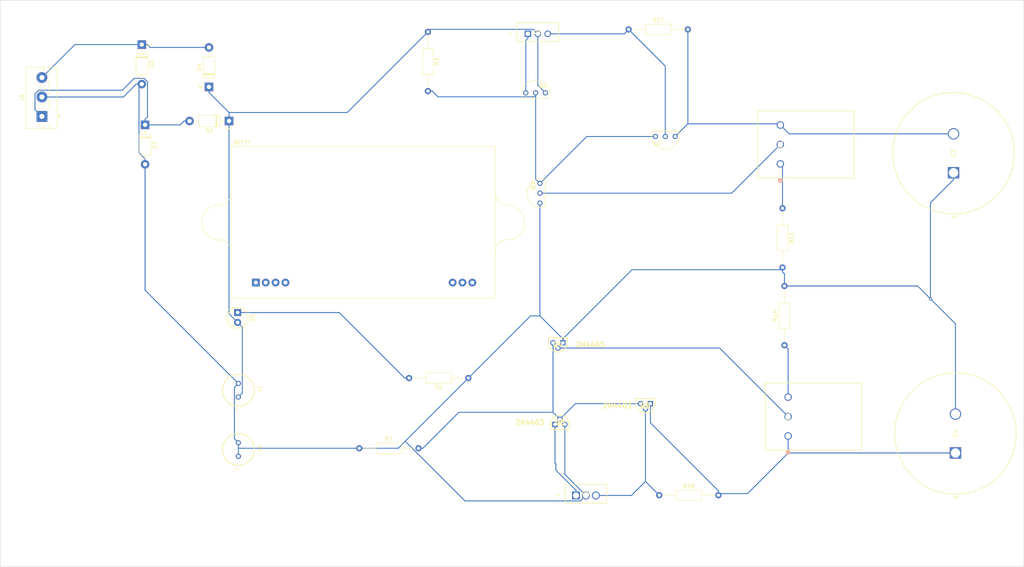
<source format=kicad_pcb>
(kicad_pcb (version 20241229) (generator "pcbnew") (generator_version "9.0")
  (layers (0 "F.Cu" signal) (2 "B.Cu" signal) (13 "F.Paste" user) (15 "B.Paste" user) (5 "F.SilkS" user "F.Silkscreen") (7 "B.SilkS" user "B.Silkscreen") (1 "F.Mask" user) (3 "B.Mask" user) (25 "Edge.Cuts" user))
  (net 0 "")
  (net 1 "/V+")
  (net 2 "Earth")
  (net 3 "Net-(Q8-E)")
  (net 4 "Net-(D1-K)")
  (net 5 "Net-(D3-K)")
  (net 6 "Net-(D5-K)")
  (net 7 "Net-(Q4-B)")
  (net 8 "Net-(Q4-C)")
  (net 9 "Net-(C3-Pad2)")
  (net 10 "Net-(Q2-Pad2)")
  (net 11 "Net-(U1-B)")
  (net 12 "Net-(Q3-Pad2)")
  (net 13 "Net-(Q8-B)")
  (net 14 "Net-(Q6-E)")
  (net 15 "Net-(U1-E)")
  (net 16 "Net-(R1-Pad1)")
  (net 17 "Net-(R14-Pad1)")
  (footprint "860130874006 (100uF 25V Blue Cap):WCAP-ATET_8X11.5_DXL_" (layer "F.Cu") (at 80 115.7 -90)
    (property "Reference" "C1" (at -0.34 -5.488 270) (layer "F.SilkS") (effects (font (size 0.8 0.8))))
    (property "Value" "15m")
    (fp_circle (center 0 0) (end 4.1 0) (stroke (width 0.2)) (fill no) (layer "F.SilkS"))
    (fp_text user "+" (at 5 0.5 270) (layer "F.SilkS") (effects (font (size 0.8 0.8))))
    (pad "1" thru_hole circle (at 1.75 0 270) (size 1.308 1.308) (drill 0.8) (layers "*.Cu" "*.Mask") (net 1 "/V+"))
    (pad "2" thru_hole circle (at -1.75 0 270) (size 1.308 1.308) (drill 0.8) (layers "*.Cu" "*.Mask") (net 2 "Earth"))
  )
  (footprint "P160KN-0QC15B100K (Potentiometer):POT_P160KN_TTE" (layer "F.Cu") (at 221.4445 127.4666 90)
    (property "Reference" "R4" (at 5 0 90) (layer "F.SilkS"))
    (property "Value" "P160KN-0QC15B100K")
    (fp_line (start 13.6233 -5.827001) (end -3.6233 -5.827001) (stroke (width 0.1524)) (layer "F.SilkS"))
    (fp_line (start -3.6233 -5.827001) (end -3.6233 18.937999) (stroke (width 0.1524)) (layer "F.SilkS"))
    (fp_line (start 13.6233 18.937999) (end 13.6233 -5.827001) (stroke (width 0.1524)) (layer "F.SilkS"))
    (fp_line (start -3.6233 18.937999) (end 13.6233 18.937999) (stroke (width 0.1524)) (layer "F.SilkS"))
    (fp_circle (center -4.2583 0) (end -3.8773 0) (stroke (width 0.508)) (fill no) (layer "F.SilkS"))
    (fp_circle (center -4.2583 0) (end -3.8773 0) (stroke (width 0.508)) (fill no) (layer "B.SilkS"))
    (pad "1" thru_hole circle (at 0 0 90) (size 1.905 1.905) (drill 1.397) (layers "*.Cu" "*.Mask") (net 3 "Net-(Q8-E)"))
    (pad "2" thru_hole circle (at 5 0 90) (size 1.905 1.905) (drill 1.397) (layers "*.Cu" "*.Mask") (net 7 "Net-(Q4-B)"))
    (pad "3" thru_hole circle (at 10 0 90) (size 1.905 1.905) (drill 1.397) (layers "*.Cu" "*.Mask") (net 17 "Net-(R14-Pad1)"))
  )
  (footprint "Diode_THT:D_DO-41_SOD81_P10.16mm_Horizontal" (layer "F.Cu") (at 72.44 37.66 90)
    (property "Reference" "D4" (at 5.08 -2.47 90) (layer "F.SilkS"))
    (property "Value" "1N4004")
    (fp_line (start 7.8 -1.47) (end 2.36 -1.47) (stroke (width 0.12)) (layer "F.SilkS"))
    (fp_line (start 3.38 -1.47) (end 3.38 1.47) (stroke (width 0.12)) (layer "F.SilkS"))
    (fp_line (start 3.26 -1.47) (end 3.26 1.47) (stroke (width 0.12)) (layer "F.SilkS"))
    (fp_line (start 3.14 -1.47) (end 3.14 1.47) (stroke (width 0.12)) (layer "F.SilkS"))
    (fp_line (start 2.36 -1.47) (end 2.36 1.47) (stroke (width 0.12)) (layer "F.SilkS"))
    (fp_line (start 8.82 0) (end 7.8 0) (stroke (width 0.12)) (layer "F.SilkS"))
    (fp_line (start 1.34 0) (end 2.36 0) (stroke (width 0.12)) (layer "F.SilkS"))
    (fp_line (start 7.8 1.47) (end 7.8 -1.47) (stroke (width 0.12)) (layer "F.SilkS"))
    (fp_line (start 2.36 1.47) (end 7.8 1.47) (stroke (width 0.12)) (layer "F.SilkS"))
    (fp_text user "K" (at 0 -2.1 90) (layer "F.SilkS"))
    (pad "1" thru_hole rect (at 0 0 90) (size 2.2 2.2) (drill 1.1) (layers "*.Cu" "*.Mask") (net 1 "/V+"))
    (pad "2" thru_hole oval (at 10.16 0 90) (size 2.2 2.2) (drill 1.1) (layers "*.Cu" "*.Mask") (net 5 "Net-(D3-K)"))
  )
  (footprint "Diode_THT:D_DO-41_SOD81_P10.16mm_Horizontal" (layer "F.Cu") (at 55.16 26.77 -90)
    (property "Reference" "D3" (at 5.08 -2.47 90) (layer "F.SilkS"))
    (property "Value" "1N4004")
    (fp_line (start 2.36 1.47) (end 7.8 1.47) (stroke (width 0.12)) (layer "F.SilkS"))
    (fp_line (start 7.8 1.47) (end 7.8 -1.47) (stroke (width 0.12)) (layer "F.SilkS"))
    (fp_line (start 1.34 0) (end 2.36 0) (stroke (width 0.12)) (layer "F.SilkS"))
    (fp_line (start 8.82 0) (end 7.8 0) (stroke (width 0.12)) (layer "F.SilkS"))
    (fp_line (start 2.36 -1.47) (end 2.36 1.47) (stroke (width 0.12)) (layer "F.SilkS"))
    (fp_line (start 3.14 -1.47) (end 3.14 1.47) (stroke (width 0.12)) (layer "F.SilkS"))
    (fp_line (start 3.26 -1.47) (end 3.26 1.47) (stroke (width 0.12)) (layer "F.SilkS"))
    (fp_line (start 3.38 -1.47) (end 3.38 1.47) (stroke (width 0.12)) (layer "F.SilkS"))
    (fp_line (start 7.8 -1.47) (end 2.36 -1.47) (stroke (width 0.12)) (layer "F.SilkS"))
    (fp_text user "K" (at 0 -2.1 90) (layer "F.SilkS"))
    (pad "1" thru_hole rect (at 0 0 270) (size 2.2 2.2) (drill 1.1) (layers "*.Cu" "*.Mask") (net 5 "Net-(D3-K)"))
    (pad "2" thru_hole oval (at 10.16 0 270) (size 2.2 2.2) (drill 1.1) (layers "*.Cu" "*.Mask") (net 2 "Earth"))
  )
  (footprint "2N4403:2N4403" (layer "F.Cu") (at 161.46 124.5)
    (property "Reference" "Q6" (at 1.27 -0.514 0) (layer "F.SilkS") (effects (font (size 1.27 1.27) (thickness 0.254))))
    (property "Value" "2N4403" (at -6.46 -0.514 0) (layer "F.SilkS") (effects (font (size 1.27 1.27) (thickness 0.254))))
    (fp_line (start -1.601 0) (end -1.601 0) (stroke (width 0.1)) (layer "F.SilkS"))
    (fp_line (start -1.5 0) (end -1.5 0) (stroke (width 0.1)) (layer "F.SilkS"))
    (fp_line (start -1.142 0.05) (end -1.142 0.05) (stroke (width 0.2)) (layer "F.SilkS"))
    (fp_line (start -1.142 1.335) (end -1.142 0) (stroke (width 0.2)) (layer "F.SilkS"))
    (fp_line (start 3.683 0.05) (end 3.683 1.335) (stroke (width 0.2)) (layer "F.SilkS"))
    (fp_line (start 3.683 1.335) (end -1.142 1.335) (stroke (width 0.2)) (layer "F.SilkS"))
    (fp_arc (start -1.601 0) (mid -1.5505 -0.0505) (end -1.5 0) (stroke (width 0.1)) (layer "F.SilkS"))
    (fp_arc (start -1.5 0) (mid -1.5505 0.0505) (end -1.601 0) (stroke (width 0.1)) (layer "F.SilkS"))
    (fp_arc (start -1.142 0.05) (mid 1.2695 -2.3625) (end 3.682 0.049) (stroke (width 0.2)) (layer "F.SilkS"))
    (pad "1" thru_hole rect (at 0 0) (size 1.381 1.381) (drill 0.85) (layers "*.Cu" "*.Mask") (net 14 "Net-(Q6-E)"))
    (pad "2" thru_hole circle (at 1.27 -1.35) (size 1.381 1.381) (drill 0.85) (layers "*.Cu" "*.Mask") (net 8 "Net-(Q4-C)"))
    (pad "3" thru_hole circle (at 2.54 0) (size 1.381 1.381) (drill 0.85) (layers "*.Cu" "*.Mask") (net 2 "Earth"))
  )
  (footprint "Resistor_THT:R_Axial_DIN0207_L6.3mm_D2.5mm_P15.24mm_Horizontal" (layer "F.Cu") (at 139.17 112.57 180)
    (property "Reference" "R2" (at 7.62 -2.37 0) (layer "F.SilkS"))
    (property "Value" "47k")
    (fp_line (start 14.2 0) (end 10.89 0) (stroke (width 0.12)) (layer "F.SilkS"))
    (fp_line (start 10.89 1.37) (end 10.89 -1.37) (stroke (width 0.12)) (layer "F.SilkS"))
    (fp_line (start 10.89 -1.37) (end 4.35 -1.37) (stroke (width 0.12)) (layer "F.SilkS"))
    (fp_line (start 4.35 1.37) (end 10.89 1.37) (stroke (width 0.12)) (layer "F.SilkS"))
    (fp_line (start 4.35 -1.37) (end 4.35 1.37) (stroke (width 0.12)) (layer "F.SilkS"))
    (fp_line (start 1.04 0) (end 4.35 0) (stroke (width 0.12)) (layer "F.SilkS"))
    (pad "1" thru_hole circle (at 0 0 180) (size 1.6 1.6) (drill 0.8) (layers "*.Cu" "*.Mask") (net 2 "Earth"))
    (pad "2" thru_hole oval (at 15.24 0 180) (size 1.6 1.6) (drill 0.8) (layers "*.Cu" "*.Mask") (net 6 "Net-(D5-K)"))
  )
  (footprint "Diode_THT:D_DO-41_SOD81_P10.16mm_Horizontal" (layer "F.Cu") (at 56 47.42 -90)
    (property "Reference" "D1" (at 5.08 -2.47 90) (layer "F.SilkS"))
    (property "Value" "1N4004")
    (fp_line (start 2.36 1.47) (end 7.8 1.47) (stroke (width 0.12)) (layer "F.SilkS"))
    (fp_line (start 7.8 1.47) (end 7.8 -1.47) (stroke (width 0.12)) (layer "F.SilkS"))
    (fp_line (start 1.34 0) (end 2.36 0) (stroke (width 0.12)) (layer "F.SilkS"))
    (fp_line (start 8.82 0) (end 7.8 0) (stroke (width 0.12)) (layer "F.SilkS"))
    (fp_line (start 2.36 -1.47) (end 2.36 1.47) (stroke (width 0.12)) (layer "F.SilkS"))
    (fp_line (start 3.14 -1.47) (end 3.14 1.47) (stroke (width 0.12)) (layer "F.SilkS"))
    (fp_line (start 3.26 -1.47) (end 3.26 1.47) (stroke (width 0.12)) (layer "F.SilkS"))
    (fp_line (start 3.38 -1.47) (end 3.38 1.47) (stroke (width 0.12)) (layer "F.SilkS"))
    (fp_line (start 7.8 -1.47) (end 2.36 -1.47) (stroke (width 0.12)) (layer "F.SilkS"))
    (pad "1" thru_hole rect (at 0 0 270) (size 2.2 2.2) (drill 1.1) (layers "*.Cu" "*.Mask") (net 4 "Net-(D1-K)"))
    (pad "2" thru_hole oval (at 10.16 0 270) (size 2.2 2.2) (drill 1.1) (layers "*.Cu" "*.Mask") (net 2 "Earth"))
  )
  (footprint "TIP29C:TO-220_STM" (layer "F.Cu") (at 154.5 24)
    (property "Reference" "U1" (at 2.54 -0.4318 0) (layer "F.SilkS"))
    (property "Value" "TIP29C")
    (fp_line (start -2.794 -2.8575) (end -2.794 1.9939) (stroke (width 0.1524)) (layer "F.SilkS"))
    (fp_line (start -2.794 1.9939) (end 7.874 1.9939) (stroke (width 0.1524)) (layer "F.SilkS"))
    (fp_line (start 7.874 -2.8575) (end -2.794 -2.8575) (stroke (width 0.1524)) (layer "F.SilkS"))
    (fp_line (start 7.874 1.9939) (end 7.874 -2.8575) (stroke (width 0.1524)) (layer "F.SilkS"))
    (fp_circle (center -4.572 0) (end -4.3688 0) (stroke (width 0.1524)) (fill no) (layer "F.SilkS"))
    (pad "1" thru_hole rect (at 0 0) (size 1.651 1.651) (drill 1.143) (layers "*.Cu" "*.Mask") (net 11 "Net-(U1-B)"))
    (pad "2" thru_hole circle (at 2.54 0) (size 1.651 1.651) (drill 1.143) (layers "*.Cu" "*.Mask") (net 1 "/V+"))
    (pad "3" thru_hole circle (at 5.08 0) (size 1.651 1.651) (drill 1.143) (layers "*.Cu" "*.Mask") (net 15 "Net-(U1-E)"))
  )
  (footprint "Resistor_THT:R_Axial_DIN0207_L6.3mm_D2.5mm_P15.24mm_Horizontal" (layer "F.Cu") (at 188.28 142.71)
    (property "Reference" "R18" (at 7.62 -2.37 0) (layer "F.SilkS"))
    (property "Value" "0.68")
    (fp_line (start 1.04 0) (end 4.35 0) (stroke (width 0.12)) (layer "F.SilkS"))
    (fp_line (start 4.35 -1.37) (end 4.35 1.37) (stroke (width 0.12)) (layer "F.SilkS"))
    (fp_line (start 4.35 1.37) (end 10.89 1.37) (stroke (width 0.12)) (layer "F.SilkS"))
    (fp_line (start 10.89 -1.37) (end 4.35 -1.37) (stroke (width 0.12)) (layer "F.SilkS"))
    (fp_line (start 10.89 1.37) (end 10.89 -1.37) (stroke (width 0.12)) (layer "F.SilkS"))
    (fp_line (start 14.2 0) (end 10.89 0) (stroke (width 0.12)) (layer "F.SilkS"))
    (pad "1" thru_hole circle (at 0 0) (size 1.6 1.6) (drill 0.8) (layers "*.Cu" "*.Mask") (net 13 "Net-(Q8-B)"))
    (pad "2" thru_hole oval (at 15.24 0) (size 1.6 1.6) (drill 0.8) (layers "*.Cu" "*.Mask") (net 3 "Net-(Q8-E)"))
  )
  (footprint "Resistor_THT:R_Axial_DIN0207_L6.3mm_D2.5mm_P15.24mm_Horizontal" (layer "F.Cu") (at 180.41 22.88)
    (property "Reference" "R17" (at 7.62 -2.37 0) (layer "F.SilkS"))
    (property "Value" "0.68")
    (fp_line (start 1.04 0) (end 4.35 0) (stroke (width 0.12)) (layer "F.SilkS"))
    (fp_line (start 4.35 -1.37) (end 4.35 1.37) (stroke (width 0.12)) (layer "F.SilkS"))
    (fp_line (start 4.35 1.37) (end 10.89 1.37) (stroke (width 0.12)) (layer "F.SilkS"))
    (fp_line (start 10.89 -1.37) (end 4.35 -1.37) (stroke (width 0.12)) (layer "F.SilkS"))
    (fp_line (start 10.89 1.37) (end 10.89 -1.37) (stroke (width 0.12)) (layer "F.SilkS"))
    (fp_line (start 14.2 0) (end 10.89 0) (stroke (width 0.12)) (layer "F.SilkS"))
    (pad "1" thru_hole circle (at 0 0) (size 1.6 1.6) (drill 0.8) (layers "*.Cu" "*.Mask") (net 15 "Net-(U1-E)"))
    (pad "2" thru_hole oval (at 15.24 0) (size 1.6 1.6) (drill 0.8) (layers "*.Cu" "*.Mask") (net 9 "Net-(C3-Pad2)"))
  )
  (footprint "2N4403:2N4403" (layer "F.Cu") (at 186.01 119.15 180)
    (property "Reference" "Q8" (at 1.27 -0.514 180) (layer "F.SilkS") (effects (font (size 1.27 1.27) (thickness 0.254))))
    (property "Value" "2N4403" (at 8.51 -0.514 180) (layer "F.SilkS") (effects (font (size 1.27 1.27) (thickness 0.254))))
    (fp_line (start 3.683 1.335) (end -1.142 1.335) (stroke (width 0.2)) (layer "F.SilkS"))
    (fp_line (start 3.683 0.05) (end 3.683 1.335) (stroke (width 0.2)) (layer "F.SilkS"))
    (fp_line (start -1.142 1.335) (end -1.142 0) (stroke (width 0.2)) (layer "F.SilkS"))
    (fp_line (start -1.142 0.05) (end -1.142 0.05) (stroke (width 0.2)) (layer "F.SilkS"))
    (fp_line (start -1.5 0) (end -1.5 0) (stroke (width 0.1)) (layer "F.SilkS"))
    (fp_line (start -1.601 0) (end -1.601 0) (stroke (width 0.1)) (layer "F.SilkS"))
    (fp_arc (start -1.142 0.05) (mid 1.2695 -2.3625) (end 3.682 0.049) (stroke (width 0.2)) (layer "F.SilkS"))
    (fp_arc (start -1.5 0) (mid -1.5505 0.0505) (end -1.601 0) (stroke (width 0.1)) (layer "F.SilkS"))
    (fp_arc (start -1.601 0) (mid -1.5505 -0.0505) (end -1.5 0) (stroke (width 0.1)) (layer "F.SilkS"))
    (pad "1" thru_hole rect (at 0 0 180) (size 1.381 1.381) (drill 0.85) (layers "*.Cu" "*.Mask") (net 3 "Net-(Q8-E)"))
    (pad "2" thru_hole circle (at 1.27 -1.35 180) (size 1.381 1.381) (drill 0.85) (layers "*.Cu" "*.Mask") (net 13 "Net-(Q8-B)"))
    (pad "3" thru_hole circle (at 2.54 0 180) (size 1.381 1.381) (drill 0.85) (layers "*.Cu" "*.Mask") (net 8 "Net-(Q4-C)"))
  )
  (footprint "TerminalBlock:TerminalBlock_MaiXu_MX126-5.0-03P_1x03_P5.00mm" (layer "F.Cu") (at 29.4675 45.25 90)
    (property "Reference" "J3" (at 4.75 -5.12 90) (layer "F.SilkS"))
    (property "Value" "Transformer")
    (fp_line (start 12.62 -4.12) (end 12.62 3.92) (stroke (width 0.12)) (layer "F.SilkS"))
    (fp_line (start -3.12 -4.12) (end 12.62 -4.12) (stroke (width 0.12)) (layer "F.SilkS"))
    (fp_line (start 11.812 -0.5) (end 12.62 -0.5) (stroke (width 0.12)) (layer "F.SilkS"))
    (fp_line (start 6.812 -0.5) (end 8.188 -0.5) (stroke (width 0.12)) (layer "F.SilkS"))
    (fp_line (start 1.88 -0.5) (end 3.188 -0.5) (stroke (width 0.12)) (layer "F.SilkS"))
    (fp_line (start -3.12 -0.5) (end -1.88 -0.5) (stroke (width 0.12)) (layer "F.SilkS"))
    (fp_line (start 11.812 0.5) (end 12.62 0.5) (stroke (width 0.12)) (layer "F.SilkS"))
    (fp_line (start 6.812 0.5) (end 8.188 0.5) (stroke (width 0.12)) (layer "F.SilkS"))
    (fp_line (start 1.88 0.5) (end 3.188 0.5) (stroke (width 0.12)) (layer "F.SilkS"))
    (fp_line (start -3.12 0.5) (end -1.88 0.5) (stroke (width 0.12)) (layer "F.SilkS"))
    (fp_line (start 10.543 1.8) (end 12.62 1.8) (stroke (width 0.12)) (layer "F.SilkS"))
    (fp_line (start 5.543 1.8) (end 9.457 1.8) (stroke (width 0.12)) (layer "F.SilkS"))
    (fp_line (start 1.88 1.8) (end 4.457 1.8) (stroke (width 0.12)) (layer "F.SilkS"))
    (fp_line (start -3.12 1.8) (end -1.88 1.8) (stroke (width 0.12)) (layer "F.SilkS"))
    (fp_line (start 12.62 3.92) (end 0.3 3.92) (stroke (width 0.12)) (layer "F.SilkS"))
    (fp_line (start -0.3 3.92) (end -3.12 3.92) (stroke (width 0.12)) (layer "F.SilkS"))
    (fp_line (start -3.12 3.92) (end -3.12 -4.12) (stroke (width 0.12)) (layer "F.SilkS"))
    (fp_poly (pts (xy 0 3.92) (xy 0.44 4.53) (xy -0.44 4.53)) (stroke (width 0.12)) (fill yes) (layer "F.SilkS"))
    (pad "1" thru_hole roundrect (at 0 0 90) (size 2.8 2.8) (drill 1.3) (layers "*.Cu" "*.Mask") (roundrect_rratio 0.089286) (net 4 "Net-(D1-K)"))
    (pad "2" thru_hole circle (at 5 0 90) (size 2.8 2.8) (drill 1.3) (layers "*.Cu" "*.Mask") (net 2 "Earth"))
    (pad "3" thru_hole circle (at 10 0 90) (size 2.8 2.8) (drill 1.3) (layers "*.Cu" "*.Mask") (net 5 "Net-(D3-K)"))
  )
  (footprint "2N4401:TO92" (layer "F.Cu") (at 156.49 39.19)
    (property "Reference" "Q2" (at 1.905 -1.778 0) (layer "F.SilkS"))
    (property "Value" "2N4401")
    (fp_line (start -3.33375 1.42875) (end 3.33375 1.42875) (stroke (width 0.1524)) (layer "F.SilkS"))
    (fp_arc (start -3.6165 0.127) (mid -3.568358 -0.519825) (end -3.3655 -1.1359) (stroke (width 0.127)) (layer "F.SilkS"))
    (fp_arc (start -3.3655 -1.1359) (mid 0 -3.271382) (end 3.3655 -1.1359) (stroke (width 0.127)) (layer "F.SilkS"))
    (fp_arc (start -3.3655 1.4534) (mid -3.556258 0.802549) (end -3.6165 0.127) (stroke (width 0.127)) (layer "F.SilkS"))
    (fp_arc (start 3.3655 -1.1359) (mid 3.56836 -0.519825) (end 3.6165 0.127) (stroke (width 0.127)) (layer "F.SilkS"))
    (fp_arc (start 3.6165 0.127) (mid 3.556257 0.802549) (end 3.3655 1.4534) (stroke (width 0.127)) (layer "F.SilkS"))
    (pad "1" thru_hole circle (at -2.54 0) (size 1.3208 1.3208) (drill 0.8128) (layers "*.Cu" "*.Mask") (net 11 "Net-(U1-B)"))
    (pad "2" thru_hole circle (at 0 0) (size 1.3208 1.3208) (drill 0.8128) (layers "*.Cu" "*.Mask") (net 10 "Net-(Q2-Pad2)"))
    (pad "3" thru_hole circle (at 2.54 0) (size 1.3208 1.3208) (drill 0.8128) (layers "*.Cu" "*.Mask") (net 1 "/V+"))
  )
  (footprint "Resistor_THT:R_Axial_DIN0207_L6.3mm_D2.5mm_P15.24mm_Horizontal" (layer "F.Cu") (at 220 68.88 -90)
    (property "Reference" "R13" (at 7.62 -2.37 90) (layer "F.SilkS"))
    (property "Value" "1k")
    (fp_line (start 4.35 1.37) (end 10.89 1.37) (stroke (width 0.12)) (layer "F.SilkS"))
    (fp_line (start 10.89 1.37) (end 10.89 -1.37) (stroke (width 0.12)) (layer "F.SilkS"))
    (fp_line (start 1.04 0) (end 4.35 0) (stroke (width 0.12)) (layer "F.SilkS"))
    (fp_line (start 14.2 0) (end 10.89 0) (stroke (width 0.12)) (layer "F.SilkS"))
    (fp_line (start 4.35 -1.37) (end 4.35 1.37) (stroke (width 0.12)) (layer "F.SilkS"))
    (fp_line (start 10.89 -1.37) (end 4.35 -1.37) (stroke (width 0.12)) (layer "F.SilkS"))
    (pad "1" thru_hole circle (at 0 0 270) (size 1.6 1.6) (drill 0.8) (layers "*.Cu" "*.Mask") (net 16 "Net-(R1-Pad1)"))
    (pad "2" thru_hole oval (at 15.24 0 270) (size 1.6 1.6) (drill 0.8) (layers "*.Cu" "*.Mask") (net 2 "Earth"))
  )
  (footprint "Resistor_THT:R_Axial_DIN0207_L6.3mm_D2.5mm_P15.24mm_Horizontal" (layer "F.Cu") (at 220.5 104.12 90)
    (property "Reference" "R14" (at 7.62 -2.37 90) (layer "F.SilkS"))
    (property "Value" "1k")
    (fp_line (start 14.2 0) (end 10.89 0) (stroke (width 0.12)) (layer "F.SilkS"))
    (fp_line (start 1.04 0) (end 4.35 0) (stroke (width 0.12)) (layer "F.SilkS"))
    (fp_rect (start 4.35 -1.37) (end 10.89 1.37) (stroke (width 0.12)) (fill no) (layer "F.SilkS"))
    (pad "1" thru_hole circle (at 0 0 90) (size 1.6 1.6) (drill 0.8) (layers "*.Cu" "*.Mask") (net 17 "Net-(R14-Pad1)"))
    (pad "2" thru_hole circle (at 15.24 0 90) (size 1.6 1.6) (drill 0.8) (layers "*.Cu" "*.Mask") (net 2 "Earth"))
  )
  (footprint "Resistor_THT:R_Axial_DIN0207_L6.3mm_D2.5mm_P15.24mm_Horizontal" (layer "F.Cu") (at 111.11 130.63)
    (property "Reference" "R7" (at 7.62 -2.37 0) (layer "F.SilkS"))
    (property "Value" "2k")
    (fp_line (start 1.04 0) (end 4.35 0) (stroke (width 0.12)) (layer "F.SilkS"))
    (fp_line (start 4.35 -1.37) (end 4.35 1.37) (stroke (width 0.12)) (layer "F.SilkS"))
    (fp_line (start 4.35 1.37) (end 10.89 1.37) (stroke (width 0.12)) (layer "F.SilkS"))
    (fp_line (start 10.89 -1.37) (end 4.35 -1.37) (stroke (width 0.12)) (layer "F.SilkS"))
    (fp_line (start 10.89 1.37) (end 10.89 -1.37) (stroke (width 0.12)) (layer "F.SilkS"))
    (fp_line (start 14.2 0) (end 10.89 0) (stroke (width 0.12)) (layer "F.SilkS"))
    (pad "1" thru_hole circle (at 0 0) (size 1.6 1.6) (drill 0.8) (layers "*.Cu" "*.Mask") (net 2 "Earth"))
    (pad "2" thru_hole oval (at 15.24 0) (size 1.6 1.6) (drill 0.8) (layers "*.Cu" "*.Mask") (net 8 "Net-(Q4-C)"))
  )
  (footprint "ECO-S1EP153BA (15kuF Cap):CAP_PAN_30X20_PAN" (layer "F.Cu") (at 264.5 131.837 90)
    (property "Reference" "C4" (at 5.0038 0 90) (layer "F.SilkS"))
    (property "Value" "100u")
    (fp_line (start -11.3792 -0.635) (end -11.3792 0.635) (stroke (width 0.1524)) (layer "F.SilkS"))
    (fp_line (start -12.0142 0) (end -10.7442 0) (stroke (width 0.1524)) (layer "F.SilkS"))
    (fp_circle (center 5.0038 0) (end 20.6248 0) (stroke (width 0.1524)) (fill no) (layer "F.SilkS"))
    (pad "1" thru_hole rect (at 0 0 90) (size 2.921 2.921) (drill 2.413) (layers "*.Cu" "*.Mask") (net 3 "Net-(Q8-E)"))
    (pad "2" thru_hole circle (at 10.0076 0 90) (size 2.921 2.921) (drill 2.413) (layers "*.Cu" "*.Mask") (net 2 "Earth"))
  )
  (footprint "ECO-S1EP153BA (15kuF Cap):CAP_PAN_30X20_PAN" (layer "F.Cu") (at 264 59.74 90)
    (property "Reference" "C3" (at 5.0038 0 90) (layer "F.SilkS"))
    (property "Value" "100u")
    (fp_line (start -11.3792 -0.635) (end -11.3792 0.635) (stroke (width 0.1524)) (layer "F.SilkS"))
    (fp_line (start -12.0142 0) (end -10.7442 0) (stroke (width 0.1524)) (layer "F.SilkS"))
    (fp_circle (center 5.0038 0) (end 20.6248 0) (stroke (width 0.1524)) (fill no) (layer "F.SilkS"))
    (pad "1" thru_hole rect (at 0 0 90) (size 2.921 2.921) (drill 2.413) (layers "*.Cu" "*.Mask") (net 2 "Earth"))
    (pad "2" thru_hole circle (at 10.0076 0 90) (size 2.921 2.921) (drill 2.413) (layers "*.Cu" "*.Mask") (net 9 "Net-(C3-Pad2)"))
  )
  (footprint "LED_THT:LED_D5.0mm" (layer "F.Cu") (at 79.82 95.715 -90)
    (property "Reference" "D5" (at 1.27 -3.96 90) (layer "F.SilkS"))
    (property "Value" "LED_I")
    (fp_line (start -1.29 -1.545) (end -1.29 1.545) (stroke (width 0.12)) (layer "F.SilkS"))
    (fp_arc (start 4.26 -0.000462) (mid 2.072002 2.880433) (end -1.29 1.54483) (stroke (width 0.12)) (layer "F.SilkS"))
    (fp_arc (start -1.29 -1.54483) (mid 2.072002 -2.880433) (end 4.26 0.000462) (stroke (width 0.12)) (layer "F.SilkS"))
    (fp_circle (center 1.27 0) (end 3.77 0) (stroke (width 0.12)) (fill no) (layer "F.SilkS"))
    (pad "1" thru_hole rect (at 0 0 270) (size 1.8 1.8) (drill 0.9) (layers "*.Cu" "*.Mask") (net 6 "Net-(D5-K)"))
    (pad "2" thru_hole circle (at 2.54 0 270) (size 1.8 1.8) (drill 0.9) (layers "*.Cu" "*.Mask") (net 1 "/V+"))
  )
  (footprint "2N4401:TO92" (layer "F.Cu") (at 157.58 65.01 90)
    (property "Reference" "Q3" (at 1.905 -1.778 90) (layer "F.SilkS"))
    (property "Value" "2N4401")
    (fp_line (start -3.33375 1.42875) (end 3.33375 1.42875) (stroke (width 0.1524)) (layer "F.SilkS"))
    (fp_arc (start 3.3655 -1.1359) (mid 3.56836 -0.519825) (end 3.6165 0.127) (stroke (width 0.127)) (layer "F.SilkS"))
    (fp_arc (start -3.3655 -1.1359) (mid 0 -3.271382) (end 3.3655 -1.1359) (stroke (width 0.127)) (layer "F.SilkS"))
    (fp_arc (start 3.6165 0.127) (mid 3.556257 0.802549) (end 3.3655 1.4534) (stroke (width 0.127)) (layer "F.SilkS"))
    (fp_arc (start -3.6165 0.127) (mid -3.568358 -0.519825) (end -3.3655 -1.1359) (stroke (width 0.127)) (layer "F.SilkS"))
    (fp_arc (start -3.3655 1.4534) (mid -3.556258 0.802549) (end -3.6165 0.127) (stroke (width 0.127)) (layer "F.SilkS"))
    (pad "1" thru_hole circle (at -2.54 0 90) (size 1.3208 1.3208) (drill 0.8128) (layers "*.Cu" "*.Mask") (net 2 "Earth"))
    (pad "2" thru_hole circle (at 0 0 90) (size 1.3208 1.3208) (drill 0.8128) (layers "*.Cu" "*.Mask") (net 12 "Net-(Q3-Pad2)"))
    (pad "3" thru_hole circle (at 2.54 0 90) (size 1.3208 1.3208) (drill 0.8128) (layers "*.Cu" "*.Mask") (net 10 "Net-(Q2-Pad2)"))
  )
  (footprint "Resistor_THT:R_Axial_DIN0207_L6.3mm_D2.5mm_P15.24mm_Horizontal" (layer "F.Cu") (at 128.77 23.5 -90)
    (property "Reference" "R3" (at 7.62 -2.37 90) (layer "F.SilkS"))
    (property "Value" "2k")
    (fp_line (start 4.35 1.37) (end 10.89 1.37) (stroke (width 0.12)) (layer "F.SilkS"))
    (fp_line (start 10.89 1.37) (end 10.89 -1.37) (stroke (width 0.12)) (layer "F.SilkS"))
    (fp_line (start 1.04 0) (end 4.35 0) (stroke (width 0.12)) (layer "F.SilkS"))
    (fp_line (start 14.2 0) (end 10.89 0) (stroke (width 0.12)) (layer "F.SilkS"))
    (fp_line (start 4.35 -1.37) (end 4.35 1.37) (stroke (width 0.12)) (layer "F.SilkS"))
    (fp_line (start 10.89 -1.37) (end 4.35 -1.37) (stroke (width 0.12)) (layer "F.SilkS"))
    (pad "1" thru_hole circle (at 0 0 270) (size 1.6 1.6) (drill 0.8) (layers "*.Cu" "*.Mask") (net 1 "/V+"))
    (pad "2" thru_hole oval (at 15.24 0 270) (size 1.6 1.6) (drill 0.8) (layers "*.Cu" "*.Mask") (net 10 "Net-(Q2-Pad2)"))
  )
  (footprint "TIP30C:TO-220_STM" (layer "F.Cu") (at 166.87 142.77)
    (property "Reference" "Q5" (at 2.55 -0.4318 0) (layer "F.SilkS"))
    (property "Value" "TIP30C")
    (fp_line (start -2.784 -2.8575) (end -2.784 1.9939) (stroke (width 0.1524)) (layer "F.SilkS"))
    (fp_line (start -2.784 1.9939) (end 7.884 1.9939) (stroke (width 0.1524)) (layer "F.SilkS"))
    (fp_line (start 7.884 -2.8575) (end -2.784 -2.8575) (stroke (width 0.1524)) (layer "F.SilkS"))
    (fp_line (start 7.884 1.9939) (end 7.884 -2.8575) (stroke (width 0.1524)) (layer "F.SilkS"))
    (fp_circle (center -4.562 0) (end -4.3588 0) (stroke (width 0.1524)) (fill no) (layer "F.SilkS"))
    (pad "1" thru_hole rect (at 0 0) (size 2.032 2.032) (drill 1.524) (layers "*.Cu" "*.Mask") (net 14 "Net-(Q6-E)"))
    (pad "2" thru_hole circle (at 2.55 0) (size 2.032 2.032) (drill 1.524) (layers "*.Cu" "*.Mask") (net 2 "Earth"))
    (pad "3" thru_hole circle (at 5.1 0) (size 2.032 2.032) (drill 1.524) (layers "*.Cu" "*.Mask") (net 13 "Net-(Q8-B)"))
  )
  (footprint "2N4401:TO92" (layer "F.Cu") (at 189.84 50.42 180)
    (property "Reference" "Q7" (at 1.905 -1.778 180) (layer "F.SilkS"))
    (property "Value" "2N4401")
    (fp_line (start -3.33375 1.42875) (end 3.33375 1.42875) (stroke (width 0.1524)) (layer "F.SilkS"))
    (fp_arc (start 3.6165 0.127) (mid 3.556257 0.802549) (end 3.3655 1.4534) (stroke (width 0.127)) (layer "F.SilkS"))
    (fp_arc (start 3.3655 -1.1359) (mid 3.56836 -0.519825) (end 3.6165 0.127) (stroke (width 0.127)) (layer "F.SilkS"))
    (fp_arc (start -3.3655 1.4534) (mid -3.556258 0.802549) (end -3.6165 0.127) (stroke (width 0.127)) (layer "F.SilkS"))
    (fp_arc (start -3.3655 -1.1359) (mid 0 -3.271382) (end 3.3655 -1.1359) (stroke (width 0.127)) (layer "F.SilkS"))
    (fp_arc (start -3.6165 0.127) (mid -3.568358 -0.519825) (end -3.3655 -1.1359) (stroke (width 0.127)) (layer "F.SilkS"))
    (pad "1" thru_hole circle (at -2.54 0 180) (size 1.3208 1.3208) (drill 0.8128) (layers "*.Cu" "*.Mask") (net 9 "Net-(C3-Pad2)"))
    (pad "2" thru_hole circle (at 0 0 180) (size 1.3208 1.3208) (drill 0.8128) (layers "*.Cu" "*.Mask") (net 15 "Net-(U1-E)"))
    (pad "3" thru_hole circle (at 2.54 0 180) (size 1.3208 1.3208) (drill 0.8128) (layers "*.Cu" "*.Mask") (net 10 "Net-(Q2-Pad2)"))
  )
  (footprint "860130874006 (100uF 25V Blue Cap):WCAP-ATET_8X11.5_DXL_" (layer "F.Cu") (at 80 130.96 -90)
    (property "Reference" "C2" (at -0.34 -5.488 270) (layer "F.SilkS") (effects (font (size 0.8 0.8))))
    (property "Value" "15m")
    (fp_circle (center 0 0) (end 4.1 0) (stroke (width 0.2)) (fill no) (layer "F.SilkS"))
    (fp_text user "+" (at 5 0.5 270) (layer "F.SilkS") (effects (font (size 0.8 0.8))))
    (pad "1" thru_hole circle (at 1.75 0 270) (size 1.308 1.308) (drill 0.8) (layers "*.Cu" "*.Mask") (net 2 "Earth"))
    (pad "2" thru_hole circle (at -1.75 0 270) (size 1.308 1.308) (drill 0.8) (layers "*.Cu" "*.Mask") (net 2 "Earth"))
  )
  (footprint "Diode_THT:D_DO-41_SOD81_P10.16mm_Horizontal" (layer "F.Cu") (at 77.6 46.43 180)
    (property "Reference" "D2" (at 5.08 -2.47 0) (layer "F.SilkS"))
    (property "Value" "1N4004")
    (fp_line (start 8.82 0) (end 7.8 0) (stroke (width 0.12)) (layer "F.SilkS"))
    (fp_line (start 7.8 1.47) (end 7.8 -1.47) (stroke (width 0.12)) (layer "F.SilkS"))
    (fp_line (start 7.8 -1.47) (end 2.36 -1.47) (stroke (width 0.12)) (layer "F.SilkS"))
    (fp_line (start 3.38 -1.47) (end 3.38 1.47) (stroke (width 0.12)) (layer "F.SilkS"))
    (fp_line (start 3.26 -1.47) (end 3.26 1.47) (stroke (width 0.12)) (layer "F.SilkS"))
    (fp_line (start 3.14 -1.47) (end 3.14 1.47) (stroke (width 0.12)) (layer "F.SilkS"))
    (fp_line (start 2.36 1.47) (end 7.8 1.47) (stroke (width 0.12)) (layer "F.SilkS"))
    (fp_line (start 2.36 -1.47) (end 2.36 1.47) (stroke (width 0.12)) (layer "F.SilkS"))
    (fp_line (start 1.34 0) (end 2.36 0) (stroke (width 0.12)) (layer "F.SilkS"))
    (fp_text user "K" (at 0 -2.1 0) (layer "F.SilkS"))
    (pad "1" thru_hole rect (at 0 0 180) (size 2.2 2.2) (drill 1.1) (layers "*.Cu" "*.Mask") (net 1 "/V+"))
    (pad "2" thru_hole oval (at 10.16 0 180) (size 2.2 2.2) (drill 1.1) (layers "*.Cu" "*.Mask") (net 4 "Net-(D1-K)"))
  )
  (footprint "Audio_Module:Reverb_BTDR-1H" (layer "F.Cu") (at 84.5 88)
    (property "Reference" "REF**" (at -3.5 -36 0) (layer "F.SilkS"))
    (property "Value" "Reverb_BTDR-1H")
    (fp_line (start -6.38 -35) (end 61.62 -35) (stroke (width 0.12)) (layer "F.SilkS"))
    (fp_line (start -6.38 -15.5) (end -6.38 -35) (stroke (width 0.12)) (layer "F.SilkS"))
    (fp_line (start -6.38 -15.5) (end -6.38 4) (stroke (width 0.12)) (layer "F.SilkS"))
    (fp_line (start -6.38 4) (end 61.62 4) (stroke (width 0.12)) (layer "F.SilkS"))
    (fp_line (start 61.62 -35) (end 61.62 4) (stroke (width 0.12)) (layer "F.SilkS"))
    (fp_arc (start -9.38 -11) (mid -13.88 -15.5) (end -9.38 -20) (stroke (width 0.12)) (layer "F.SilkS"))
    (fp_arc (start -9.38 -11) (mid -7.25868 -10.12132) (end -6.38 -8) (stroke (width 0.12)) (layer "F.SilkS"))
    (fp_arc (start -6.38 -23) (mid -7.25868 -20.87868) (end -9.38 -20) (stroke (width 0.12)) (layer "F.SilkS"))
    (fp_arc (start 61.62 -8) (mid 62.49868 -10.12132) (end 64.62 -11) (stroke (width 0.12)) (layer "F.SilkS"))
    (fp_arc (start 64.62 -20) (mid 62.49868 -20.87868) (end 61.62 -23) (stroke (width 0.12)) (layer "F.SilkS"))
    (fp_arc (start 64.62 -20) (mid 69.12 -15.5) (end 64.62 -11) (stroke (width 0.12)) (layer "F.SilkS"))
    (fp_circle (center -9.38 -15.5) (end -7.63 -15.5) (stroke (width 0.12)) (fill no) (layer "F.SilkS"))
    (fp_circle (center 64.62 -15.5) (end 66.37 -15.5) (stroke (width 0.12)) (fill no) (layer "F.SilkS"))
    (pad "" np_thru_hole circle (at -9.38 -15.5) (size 3.7 3.7) (drill 3.7) (layers "*.Cu" "*.Mask"))
    (pad "" np_thru_hole circle (at 64.62 -15.5) (size 3.7 3.7) (drill 3.7) (layers "*.Cu" "*.Mask"))
    (pad "1" thru_hole rect (at 0 0) (size 2 2) (drill 1) (layers "*.Cu" "*.Mask"))
    (pad "2" thru_hole circle (at 2.54 0) (size 2 2) (drill 1) (layers "*.Cu" "*.Mask"))
    (pad "3" thru_hole circle (at 5.08 0) (size 2 2) (drill 1) (layers "*.Cu" "*.Mask"))
    (pad "4" thru_hole circle (at 7.62 0) (size 2 2) (drill 1) (layers "*.Cu" "*.Mask"))
    (pad "5" thru_hole circle (at 50.62 0) (size 2 2) (drill 1) (layers "*.Cu" "*.Mask"))
    (pad "6" thru_hole circle (at 53.16 0) (size 2 2) (drill 1) (layers "*.Cu" "*.Mask"))
    (pad "7" thru_hole circle (at 55.7 0) (size 2 2) (drill 1) (layers "*.Cu" "*.Mask"))
  )
  (footprint "2N4403:2N4403" (layer "F.Cu") (at 163.5 103.5 180)
    (property "Reference" "Q4" (at 1.27 -0.514 0) (layer "F.SilkS") (effects (font (size 1.27 1.27) (thickness 0.254))))
    (property "Value" "2N4403" (at -7 -0.5 0) (layer "F.SilkS") (effects (font (size 1.27 1.27) (thickness 0.254))))
    (fp_line (start 3.683 1.335) (end -1.142 1.335) (stroke (width 0.2)) (layer "F.SilkS"))
    (fp_line (start 3.683 0.05) (end 3.683 1.335) (stroke (width 0.2)) (layer "F.SilkS"))
    (fp_line (start -1.142 1.335) (end -1.142 0) (stroke (width 0.2)) (layer "F.SilkS"))
    (fp_line (start -1.142 0.05) (end -1.142 0.05) (stroke (width 0.2)) (layer "F.SilkS"))
    (fp_line (start -1.5 0) (end -1.5 0) (stroke (width 0.1)) (layer "F.SilkS"))
    (fp_line (start -1.601 0) (end -1.601 0) (stroke (width 0.1)) (layer "F.SilkS"))
    (fp_arc (start -1.142 0.05) (mid 1.2695 -2.3625) (end 3.682 0.049) (stroke (width 0.2)) (layer "F.SilkS"))
    (fp_arc (start -1.5 0) (mid -1.5505 0.0505) (end -1.601 0) (stroke (width 0.1)) (layer "F.SilkS"))
    (fp_arc (start -1.601 0) (mid -1.5505 -0.0505) (end -1.5 0) (stroke (width 0.1)) (layer "F.SilkS"))
    (pad "1" thru_hole rect (at 0 0 180) (size 1.381 1.381) (drill 0.85) (layers "*.Cu" "*.Mask") (net 2 "Earth"))
    (pad "2" thru_hole circle (at 1.27 -1.35 180) (size 1.381 1.381) (drill 0.85) (layers "*.Cu" "*.Mask") (net 7 "Net-(Q4-B)"))
    (pad "3" thru_hole circle (at 2.54 0 180) (size 1.381 1.381) (drill 0.85) (layers "*.Cu" "*.Mask") (net 8 "Net-(Q4-C)"))
  )
  (footprint "P160KN-0QC15B100K (Potentiometer):POT_P160KN_TTE" (layer "F.Cu") (at 219.4445 57.4666 90)
    (property "Reference" "R1" (at 5 0 90) (layer "F.SilkS"))
    (property "Value" "P160KN-0QC15B100K")
    (fp_line (start 13.6233 -5.827001) (end -3.6233 -5.827001) (stroke (width 0.1524)) (layer "F.SilkS"))
    (fp_line (start -3.6233 -5.827001) (end -3.6233 18.937999) (stroke (width 0.1524)) (layer "F.SilkS"))
    (fp_line (start 13.6233 18.937999) (end 13.6233 -5.827001) (stroke (width 0.1524)) (layer "F.SilkS"))
    (fp_line (start -3.6233 18.937999) (end 13.6233 18.937999) (stroke (width 0.1524)) (layer "F.SilkS"))
    (fp_circle (center -4.2583 0) (end -3.8773 0) (stroke (width 0.508)) (fill no) (layer "F.SilkS"))
    (fp_circle (center -4.2583 0) (end -3.8773 0) (stroke (width 0.508)) (fill no) (layer "B.SilkS"))
    (pad "1" thru_hole circle (at 0 0 90) (size 1.905 1.905) (drill 1.397) (layers "*.Cu" "*.Mask") (net 16 "Net-(R1-Pad1)"))
    (pad "2" thru_hole circle (at 5 0 90) (size 1.905 1.905) (drill 1.397) (layers "*.Cu" "*.Mask") (net 12 "Net-(Q3-Pad2)"))
    (pad "3" thru_hole circle (at 10 0 90) (size 1.905 1.905) (drill 1.397) (layers "*.Cu" "*.Mask") (net 9 "Net-(C3-Pad2)"))
  )
  (gr_rect (start 18.73 15.35) (end 282.09 161.13) (stroke (width 0.1)) (fill no) (layer "Edge.Cuts"))
  (segment (start 77.6 44.2467) (end 77.6 46.43) (width 0.25) (layer "B.Cu") (net 1))
  (segment (start 81.0247 116.4253) (end 80 117.45) (width 0.25) (layer "B.Cu") (net 1))
  (segment (start 108.0233 44.2467) (end 77.6 44.2467) (width 0.25) (layer "B.Cu") (net 1))
  (segment (start 77.6 46.43) (end 77.6 96.035) (width 0.25) (layer "B.Cu") (net 1))
  (segment (start 157.04 24) (end 155.8878 22.8478) (width 0.25) (layer "B.Cu") (net 1))
  (segment (start 155.8878 22.8478) (end 129.4222 22.8478) (width 0.25) (layer "B.Cu") (net 1))
  (segment (start 157.04 24) (end 157.04 37.2) (width 0.25) (layer "B.Cu") (net 1))
  (segment (start 77.6 96.035) (end 79.82 98.255) (width 0.25) (layer "B.Cu") (net 1))
  (segment (start 81.0247 99.4597) (end 81.0247 116.4253) (width 0.25) (layer "B.Cu") (net 1))
  (segment (start 79.82 98.255) (end 81.0247 99.4597) (width 0.25) (layer "B.Cu") (net 1))
  (segment (start 128.77 23.5) (end 108.0233 44.2467) (width 0.25) (layer "B.Cu") (net 1))
  (segment (start 129.4222 22.8478) (end 128.77 23.5) (width 0.25) (layer "B.Cu") (net 1))
  (segment (start 72.44 39.0867) (end 77.6 44.2467) (width 0.25) (layer "B.Cu") (net 1))
  (segment (start 72.44 37.66) (end 72.44 39.0867) (width 0.25) (layer "B.Cu") (net 1))
  (segment (start 157.04 37.2) (end 159.03 39.19) (width 0.25) (layer "B.Cu") (net 1))
  (via (at 258.06 92.1837) (size 0.8) (drill 0.4) (layers "F.Cu" "B.Cu") (net 2))
  (segment (start 168.0176 144.1724) (end 138.2964 144.1724) (width 0.25) (layer "B.Cu") (net 2))
  (segment (start 163.5 103.36) (end 163.5 102.4828) (width 0.25) (layer "B.Cu") (net 2))
  (segment (start 258.06 67.4672) (end 258.06 92.1837) (width 0.25) (layer "B.Cu") (net 2))
  (segment (start 29.4675 40.25) (end 50.4133 40.25) (width 0.25) (layer "B.Cu") (net 2))
  (segment (start 122.932 128.808) (end 121.11 130.63) (width 0.25) (layer "B.Cu") (net 2))
  (segment (start 258.06 92.1837) (end 264.5 98.6237) (width 0.25) (layer "B.Cu") (net 2))
  (segment (start 121.11 130.63) (end 111.11 130.63) (width 0.25) (layer "B.Cu") (net 2))
  (segment (start 169.42 142.77) (end 168.0176 144.1724) (width 0.25) (layer "B.Cu") (net 2))
  (segment (start 220 84.6833) (end 220 85.2466) (width 0.25) (layer "B.Cu") (net 2))
  (segment (start 80 113.95) (end 56 89.95) (width 0.25) (layer "B.Cu") (net 2))
  (segment (start 80 113.95) (end 78.9903 114.9597) (width 0.25) (layer "B.Cu") (net 2))
  (segment (start 264 61.5272) (end 258.06 67.4672) (width 0.25) (layer "B.Cu") (net 2))
  (segment (start 80 130.63) (end 111.11 130.63) (width 0.25) (layer "B.Cu") (net 2))
  (segment (start 163.5 103.36) (end 163.5 103.5) (width 0.25) (layer "B.Cu") (net 2))
  (segment (start 164 124.5) (end 164 137.35) (width 0.25) (layer "B.Cu") (net 2))
  (segment (start 220.5 88.88) (end 254.7563 88.88) (width 0.25) (layer "B.Cu") (net 2))
  (segment (start 139.17 112.57) (end 122.932 128.808) (width 0.25) (layer "B.Cu") (net 2))
  (segment (start 54.4467 36.93) (end 53.7333 36.93) (width 0.25) (layer "B.Cu") (net 2))
  (segment (start 56 89.95) (end 56 57.58) (width 0.25) (layer "B.Cu") (net 2))
  (segment (start 220 84.6833) (end 181.2995 84.6833) (width 0.25) (layer "B.Cu") (net 2))
  (segment (start 56 57.58) (end 56 56.1533) (width 0.25) (layer "B.Cu") (net 2))
  (segment (start 55.16 36.93) (end 54.4467 36.93) (width 0.25) (layer "B.Cu") (net 2))
  (segment (start 254.7563 88.88) (end 258.06 92.1837) (width 0.25) (layer "B.Cu") (net 2))
  (segment (start 181.2995 84.6833) (end 163.5 102.4828) (width 0.25) (layer "B.Cu") (net 2))
  (segment (start 164 137.35) (end 169.42 142.77) (width 0.25) (layer "B.Cu") (net 2))
  (segment (start 80 130.63) (end 80 132.71) (width 0.25) (layer "B.Cu") (net 2))
  (segment (start 54.4467 54.6) (end 56 56.1533) (width 0.25) (layer "B.Cu") (net 2))
  (segment (start 220.5 88.88) (end 220.5 85.7466) (width 0.25) (layer "B.Cu") (net 2))
  (segment (start 162.0015 100.9842) (end 163.5 102.4828) (width 0.25) (layer "B.Cu") (net 2))
  (segment (start 78.9903 128.2003) (end 80 129.21) (width 0.25) (layer "B.Cu") (net 2))
  (segment (start 157.58 67.55) (end 157.58 96.5628) (width 0.25) (layer "B.Cu") (net 2))
  (segment (start 220.5 85.7466) (end 220 85.2466) (width 0.25) (layer "B.Cu") (net 2))
  (segment (start 264.5 98.6237) (end 264.5 121.8294) (width 0.25) (layer "B.Cu") (net 2))
  (segment (start 78.9903 114.9597) (end 78.9903 128.2003) (width 0.25) (layer "B.Cu") (net 2))
  (segment (start 264 59.74) (end 264 61.5272) (width 0.25) (layer "B.Cu") (net 2))
  (segment (start 155.1772 96.5628) (end 139.17 112.57) (width 0.25) (layer "B.Cu") (net 2))
  (segment (start 138.2964 144.1724) (end 122.932 128.808) (width 0.25) (layer "B.Cu") (net 2))
  (segment (start 54.4467 36.93) (end 54.4467 54.6) (width 0.25) (layer "B.Cu") (net 2))
  (segment (start 220 84.12) (end 220 84.6833) (width 0.25) (layer "B.Cu") (net 2))
  (segment (start 157.58 96.5628) (end 162.0015 100.9842) (width 0.25) (layer "B.Cu") (net 2))
  (segment (start 80 129.21) (end 80 130.63) (width 0.25) (layer "B.Cu") (net 2))
  (segment (start 157.58 96.5628) (end 155.1772 96.5628) (width 0.25) (layer "B.Cu") (net 2))
  (segment (start 50.4133 40.25) (end 53.7333 36.93) (width 0.25) (layer "B.Cu") (net 2))
  (segment (start 203.52 142.2948) (end 203.52 141.5833) (width 0.25) (layer "B.Cu") (net 3))
  (segment (start 203.52 142.71) (end 203.52 142.2948) (width 0.25) (layer "B.Cu") (net 3))
  (segment (start 210.9867 142.2948) (end 221.4445 131.837) (width 0.25) (layer "B.Cu") (net 3))
  (segment (start 186.01 124.0733) (end 203.52 141.5833) (width 0.25) (layer "B.Cu") (net 3))
  (segment (start 221.4445 131.837) (end 262.7128 131.837) (width 0.25) (layer "B.Cu") (net 3))
  (segment (start 186.01 119.15) (end 186.01 124.0733) (width 0.25) (layer "B.Cu") (net 3))
  (segment (start 264.5 131.837) (end 262.7128 131.837) (width 0.25) (layer "B.Cu") (net 3))
  (segment (start 203.52 142.2948) (end 210.9867 142.2948) (width 0.25) (layer "B.Cu") (net 3))
  (segment (start 221.4445 131.837) (end 221.4445 127.4666) (width 0.25) (layer "B.Cu") (net 3))
  (segment (start 55.7341 35.4494) (end 56.6174 36.3327) (width 0.25) (layer "B.Cu") (net 4))
  (segment (start 29.4675 45.25) (end 27.6908 43.4733) (width 0.25) (layer "B.Cu") (net 4))
  (segment (start 56.6174 45.3759) (end 56 45.9933) (width 0.25) (layer "B.Cu") (net 4))
  (segment (start 27.6908 39.4665) (end 28.634 38.5233) (width 0.25) (layer "B.Cu") (net 4))
  (segment (start 67.44 46.43) (end 66.0133 46.43) (width 0.25) (layer "B.Cu") (net 4))
  (segment (start 56 47.42) (end 56 45.9933) (width 0.25) (layer "B.Cu") (net 4))
  (segment (start 28.634 38.5233) (end 50.1315 38.5233) (width 0.25) (layer "B.Cu") (net 4))
  (segment (start 65.0233 47.42) (end 66.0133 46.43) (width 0.25) (layer "B.Cu") (net 4))
  (segment (start 56 47.42) (end 65.0233 47.42) (width 0.25) (layer "B.Cu") (net 4))
  (segment (start 50.1315 38.5233) (end 53.2054 35.4494) (width 0.25) (layer "B.Cu") (net 4))
  (segment (start 27.6908 43.4733) (end 27.6908 39.4665) (width 0.25) (layer "B.Cu") (net 4))
  (segment (start 53.2054 35.4494) (end 55.7341 35.4494) (width 0.25) (layer "B.Cu") (net 4))
  (segment (start 56.6174 36.3327) (end 56.6174 45.3759) (width 0.25) (layer "B.Cu") (net 4))
  (segment (start 37.9475 26.77) (end 29.4675 35.25) (width 0.25) (layer "B.Cu") (net 5))
  (segment (start 55.16 26.77) (end 37.9475 26.77) (width 0.25) (layer "B.Cu") (net 5))
  (segment (start 55.8734 26.77) (end 56.5867 26.77) (width 0.25) (layer "B.Cu") (net 5))
  (segment (start 72.44 27.5) (end 57.3167 27.5) (width 0.25) (layer "B.Cu") (net 5))
  (segment (start 55.8734 26.77) (end 55.16 26.77) (width 0.25) (layer "B.Cu") (net 5))
  (segment (start 57.3167 27.5) (end 56.5867 26.77) (width 0.25) (layer "B.Cu") (net 5))
  (segment (start 122.8033 112.57) (end 105.9483 95.715) (width 0.25) (layer "B.Cu") (net 6))
  (segment (start 123.93 112.57) (end 122.8033 112.57) (width 0.25) (layer "B.Cu") (net 6))
  (segment (start 105.9483 95.715) (end 79.82 95.715) (width 0.25) (layer "B.Cu") (net 6))
  (segment (start 221.4445 122.4666) (end 203.8279 104.85) (width 0.25) (layer "B.Cu") (net 7))
  (segment (start 203.8279 104.85) (end 162.23 104.85) (width 0.25) (layer "B.Cu") (net 7))
  (segment (start 160.96 121.38) (end 162.73 123.15) (width 0.25) (layer "B.Cu") (net 8))
  (segment (start 160.96 103.5) (end 160.96 119.2786) (width 0.25) (layer "B.Cu") (net 8))
  (segment (start 126.35 130.63) (end 127.4767 130.63) (width 0.25) (layer "B.Cu") (net 8))
  (segment (start 160.96 121.38) (end 136.7267 121.38) (width 0.25) (layer "B.Cu") (net 8))
  (segment (start 160.96 119.2786) (end 160.96 119.3303) (width 0.25) (layer "B.Cu") (net 8))
  (segment (start 160.96 119.3303) (end 160.96 121.38) (width 0.25) (layer "B.Cu") (net 8))
  (segment (start 136.7267 121.38) (end 127.4767 130.63) (width 0.25) (layer "B.Cu") (net 8))
  (segment (start 183.47 119.15) (end 166.73 119.15) (width 0.25) (layer "B.Cu") (net 8))
  (segment (start 166.73 119.15) (end 162.73 123.15) (width 0.25) (layer "B.Cu") (net 8))
  (segment (start 195.65 47.15) (end 192.38 50.42) (width 0.25) (layer "B.Cu") (net 9))
  (segment (start 219.4445 47.4666) (end 219.1279 47.15) (width 0.25) (layer "B.Cu") (net 9))
  (segment (start 195.65 22.88) (end 195.65 47.15) (width 0.25) (layer "B.Cu") (net 9))
  (segment (start 264 49.7324) (end 221.7103 49.7324) (width 0.25) (layer "B.Cu") (net 9))
  (segment (start 219.1279 47.15) (end 195.65 47.15) (width 0.25) (layer "B.Cu") (net 9))
  (segment (start 221.7103 49.7324) (end 219.4445 47.4666) (width 0.25) (layer "B.Cu") (net 9))
  (segment (start 156.49 40.198) (end 131.3547 40.198) (width 0.25) (layer "B.Cu") (net 10))
  (segment (start 169.63 50.42) (end 157.58 62.47) (width 0.25) (layer "B.Cu") (net 10))
  (segment (start 128.77 38.74) (end 129.8967 38.74) (width 0.25) (layer "B.Cu") (net 10))
  (segment (start 156.49 40.198) (end 156.49 39.19) (width 0.25) (layer "B.Cu") (net 10))
  (segment (start 156.49 61.38) (end 156.49 40.198) (width 0.25) (layer "B.Cu") (net 10))
  (segment (start 187.3 50.42) (end 169.63 50.42) (width 0.25) (layer "B.Cu") (net 10))
  (segment (start 131.3547 40.198) (end 129.8967 38.74) (width 0.25) (layer "B.Cu") (net 10))
  (segment (start 157.58 62.47) (end 156.49 61.38) (width 0.25) (layer "B.Cu") (net 10))
  (segment (start 154.5 24) (end 154.5 25.1522) (width 0.25) (layer "B.Cu") (net 11))
  (segment (start 153.95 25.7022) (end 153.95 39.19) (width 0.25) (layer "B.Cu") (net 11))
  (segment (start 154.5 25.1522) (end 153.95 25.7022) (width 0.25) (layer "B.Cu") (net 11))
  (segment (start 206.9011 65.01) (end 157.58 65.01) (width 0.25) (layer "B.Cu") (net 12))
  (segment (start 219.4445 52.4666) (end 206.9011 65.01) (width 0.25) (layer "B.Cu") (net 12))
  (segment (start 184.74 120.5) (end 184.74 139.17) (width 0.25) (layer "B.Cu") (net 13))
  (segment (start 184.74 139.17) (end 188.28 142.71) (width 0.25) (layer "B.Cu") (net 13))
  (segment (start 181.14 142.77) (end 184.74 139.17) (width 0.25) (layer "B.Cu") (net 13))
  (segment (start 171.97 142.77) (end 181.14 142.77) (width 0.25) (layer "B.Cu") (net 13))
  (segment (start 161.6471 134.6216) (end 161.46 134.4345) (width 0.25) (layer "B.Cu") (net 14))
  (segment (start 161.46 134.4345) (end 161.46 124.5) (width 0.25) (layer "B.Cu") (net 14))
  (segment (start 161.6471 134.6216) (end 161.46 134.4345) (width 0.25) (layer "B.Cu") (net 14))
  (segment (start 166.87 142.77) (end 166.87 141.4273) (width 0.25) (layer "B.Cu") (net 14))
  (segment (start 161.6867 136.244) (end 161.6867 134.6612) (width 0.25) (layer "B.Cu") (net 14))
  (segment (start 161.6867 134.6612) (end 161.6471 134.6216) (width 0.25) (layer "B.Cu") (net 14))
  (segment (start 166.87 141.4273) (end 161.6867 136.244) (width 0.25) (layer "B.Cu") (net 14))
  (segment (start 159.58 24) (end 179.29 24) (width 0.25) (layer "B.Cu") (net 15))
  (segment (start 189.84 50.42) (end 189.84 32.31) (width 0.25) (layer "B.Cu") (net 15))
  (segment (start 189.84 32.31) (end 180.41 22.88) (width 0.25) (layer "B.Cu") (net 15))
  (segment (start 179.29 24) (end 180.41 22.88) (width 0.25) (layer "B.Cu") (net 15))
  (segment (start 219.4445 57.4666) (end 220 58.0221) (width 0.25) (layer "B.Cu") (net 16))
  (segment (start 220 58.0221) (end 220 68.88) (width 0.25) (layer "B.Cu") (net 16))
  (segment (start 221.4445 105.0645) (end 221.4445 117.4666) (width 0.25) (layer "B.Cu") (net 17))
  (segment (start 220.5 104.12) (end 221.4445 105.0645) (width 0.25) (layer "B.Cu") (net 17))
)
</source>
